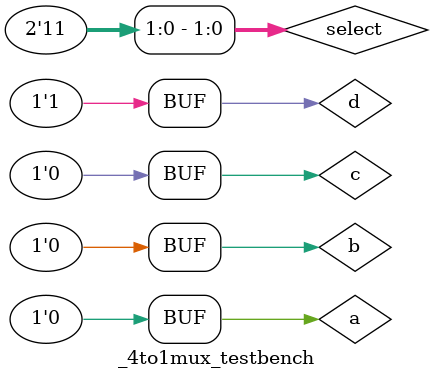
<source format=v>
`define DELAY 20
module _4to1mux_testbench(); 
reg [4:0]select; 
reg a,b,c,d;
wire sum; 

_4to1mux x(sum,select,a,b,c,d);

initial begin
select[0] = 1'b0; select[1] = 1'b0; a = 1'b1; b = 1'b0; c = 1'b0; d = 1'b0;
#`DELAY;
select[0] = 1'b0; select[1] = 1'b1; a = 1'b0; b = 1'b1; c = 1'b0; d = 1'b0;
#`DELAY;
select[0] = 1'b1; select[1] = 1'b0; a = 1'b0; b = 1'b0; c = 1'b1; d = 1'b0;
#`DELAY;
select[0] = 1'b1; select[1] = 1'b1; a = 1'b0; b = 1'b0; c = 1'b0; d = 1'b1;
#`DELAY;
end
 
 
initial
begin
$monitor("time = %2d, select=%b,  a =%b, b=%b, c=%b, d=%b, ", $time, select, a,b,c,d);
end
 
endmodule
</source>
